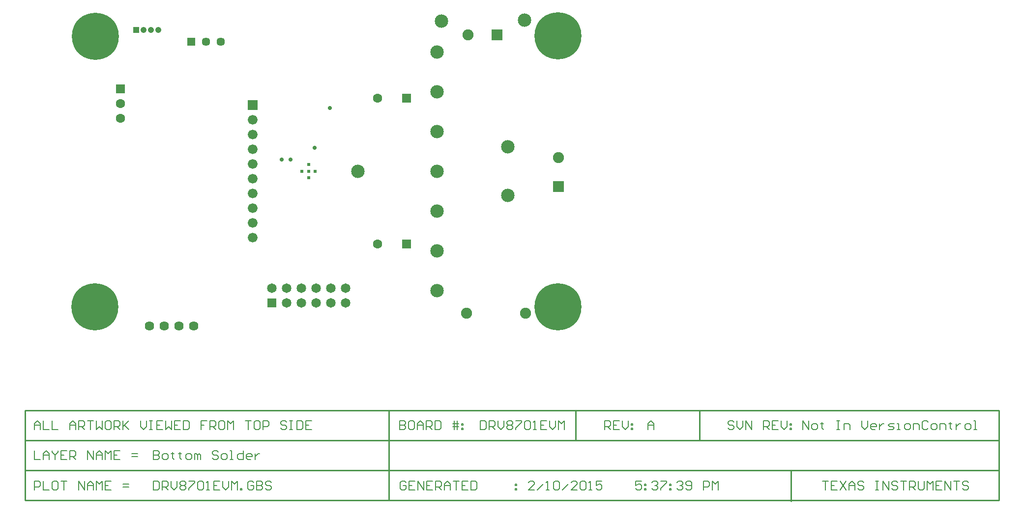
<source format=gbs>
%FSAX25Y25*%
%MOIN*%
G70*
G01*
G75*
G04 Layer_Color=16711935*
%ADD10R,0.05402X0.02795*%
%ADD11R,0.02323X0.02795*%
%ADD12R,0.05512X0.08268*%
%ADD13O,0.08268X0.01772*%
%ADD14O,0.00945X0.02362*%
%ADD15O,0.02362X0.00945*%
%ADD16R,0.11024X0.11024*%
%ADD17O,0.06693X0.01378*%
%ADD18R,0.01000X0.01000*%
%ADD19R,0.04724X0.04724*%
%ADD20C,0.03937*%
%ADD21R,0.06299X0.08268*%
%ADD22R,0.07480X0.07087*%
%ADD23R,0.07480X0.07480*%
%ADD24R,0.05315X0.01575*%
%ADD25R,0.05906X0.13780*%
%ADD26R,0.04331X0.10236*%
%ADD27R,0.08000X0.04500*%
%ADD28R,0.05512X0.04331*%
%ADD29R,0.03347X0.03150*%
%ADD30R,0.01969X0.02362*%
%ADD31R,0.03150X0.03347*%
%ADD32R,0.04331X0.05512*%
%ADD33C,0.01000*%
%ADD34C,0.03000*%
%ADD35C,0.02000*%
%ADD36C,0.00800*%
%ADD37R,0.15157X0.17795*%
%ADD38C,0.07087*%
%ADD39R,0.07087X0.07087*%
%ADD40C,0.06000*%
%ADD41C,0.02500*%
%ADD42C,0.31496*%
%ADD43R,0.05906X0.05906*%
%ADD44C,0.05906*%
%ADD45C,0.08700*%
%ADD46C,0.06200*%
%ADD47R,0.06200X0.06200*%
%ADD48R,0.06496X0.06496*%
%ADD49C,0.06496*%
%ADD50R,0.05906X0.05906*%
%ADD51R,0.03740X0.03740*%
%ADD52C,0.03740*%
%ADD53R,0.05315X0.05315*%
%ADD54C,0.05315*%
%ADD55R,0.07087X0.07087*%
%ADD56C,0.02000*%
%ADD57C,0.00600*%
%ADD58C,0.00700*%
%ADD59C,0.01575*%
%ADD60C,0.02362*%
%ADD61C,0.00984*%
%ADD62C,0.00787*%
%ADD63C,0.00799*%
%ADD64C,0.01800*%
%ADD65C,0.01500*%
%ADD66C,0.00500*%
%ADD67R,0.03937X0.01969*%
%ADD68R,0.08661X0.04331*%
%ADD69R,0.03150X0.01575*%
%ADD70R,0.07874X0.01575*%
%ADD71R,0.01969X0.03937*%
%ADD72R,0.05095X0.02937*%
%ADD73R,0.04221X0.02213*%
%ADD74R,0.03016X0.02000*%
%ADD75R,0.04839X0.04839*%
%ADD76C,0.00000*%
%ADD77R,0.05795X0.03189*%
%ADD78R,0.02717X0.03189*%
%ADD79R,0.05906X0.08661*%
%ADD80O,0.08819X0.02323*%
%ADD81O,0.01339X0.02756*%
%ADD82O,0.02756X0.01339*%
%ADD83R,0.11417X0.11417*%
%ADD84O,0.07087X0.01772*%
%ADD85R,0.05118X0.05118*%
%ADD86C,0.07874*%
%ADD87R,0.06693X0.08661*%
%ADD88R,0.07874X0.07480*%
%ADD89R,0.07874X0.07874*%
%ADD90R,0.05709X0.01969*%
%ADD91R,0.06299X0.14173*%
%ADD92R,0.04724X0.10630*%
%ADD93R,0.08400X0.04900*%
%ADD94R,0.05906X0.04724*%
%ADD95R,0.03740X0.03543*%
%ADD96R,0.02362X0.02756*%
%ADD97R,0.03543X0.03740*%
%ADD98R,0.04724X0.05906*%
%ADD99R,0.15551X0.18189*%
%ADD100C,0.07480*%
%ADD101R,0.07480X0.07480*%
%ADD102C,0.06394*%
%ADD103C,0.02894*%
%ADD104C,0.31890*%
%ADD105R,0.06299X0.06299*%
%ADD106C,0.06299*%
%ADD107C,0.09094*%
%ADD108C,0.06594*%
%ADD109R,0.06594X0.06594*%
%ADD110R,0.06299X0.06299*%
%ADD111R,0.04134X0.04134*%
%ADD112C,0.04134*%
%ADD113R,0.05709X0.05709*%
%ADD114C,0.05709*%
%ADD115C,0.02394*%
G54D23*
X0401700Y0253058D02*
D03*
G54D33*
X0497200Y0080717D02*
Y0101050D01*
X0413200Y0080717D02*
Y0101050D01*
X0040000Y0080717D02*
X0700200D01*
X0040000Y0060383D02*
X0700000D01*
X0040000Y0040050D02*
X0440500D01*
X0040050Y0101050D02*
X0700200D01*
X0040050Y0040050D02*
Y0101050D01*
Y0040050D02*
X0197600D01*
X0040000D02*
Y0101050D01*
X0286500Y0040050D02*
Y0101050D01*
X0700200Y0040050D02*
Y0101050D01*
X0440500Y0040050D02*
X0700200D01*
X0559400Y0039400D02*
Y0059683D01*
G54D36*
X0126900Y0073549D02*
Y0067551D01*
X0129899D01*
X0130899Y0068550D01*
Y0069550D01*
X0129899Y0070550D01*
X0126900D01*
X0129899D01*
X0130899Y0071549D01*
Y0072549D01*
X0129899Y0073549D01*
X0126900D01*
X0133898Y0067551D02*
X0135897D01*
X0136897Y0068550D01*
Y0070550D01*
X0135897Y0071549D01*
X0133898D01*
X0132898Y0070550D01*
Y0068550D01*
X0133898Y0067551D01*
X0139896Y0072549D02*
Y0071549D01*
X0138896D01*
X0140895D01*
X0139896D01*
Y0068550D01*
X0140895Y0067551D01*
X0144894Y0072549D02*
Y0071549D01*
X0143895D01*
X0145894D01*
X0144894D01*
Y0068550D01*
X0145894Y0067551D01*
X0149893D02*
X0151892D01*
X0152892Y0068550D01*
Y0070550D01*
X0151892Y0071549D01*
X0149893D01*
X0148893Y0070550D01*
Y0068550D01*
X0149893Y0067551D01*
X0154891D02*
Y0071549D01*
X0155891D01*
X0156890Y0070550D01*
Y0067551D01*
Y0070550D01*
X0157890Y0071549D01*
X0158890Y0070550D01*
Y0067551D01*
X0170886Y0072549D02*
X0169886Y0073549D01*
X0167887D01*
X0166887Y0072549D01*
Y0071549D01*
X0167887Y0070550D01*
X0169886D01*
X0170886Y0069550D01*
Y0068550D01*
X0169886Y0067551D01*
X0167887D01*
X0166887Y0068550D01*
X0173885Y0067551D02*
X0175884D01*
X0176884Y0068550D01*
Y0070550D01*
X0175884Y0071549D01*
X0173885D01*
X0172885Y0070550D01*
Y0068550D01*
X0173885Y0067551D01*
X0178883D02*
X0180883D01*
X0179883D01*
Y0073549D01*
X0178883D01*
X0187880D02*
Y0067551D01*
X0184881D01*
X0183882Y0068550D01*
Y0070550D01*
X0184881Y0071549D01*
X0187880D01*
X0192879Y0067551D02*
X0190879D01*
X0189880Y0068550D01*
Y0070550D01*
X0190879Y0071549D01*
X0192879D01*
X0193878Y0070550D01*
Y0069550D01*
X0189880D01*
X0195878Y0071549D02*
Y0067551D01*
Y0069550D01*
X0196877Y0070550D01*
X0197877Y0071549D01*
X0198877D01*
X0567400Y0087833D02*
Y0093831D01*
X0571399Y0087833D01*
Y0093831D01*
X0574398Y0087833D02*
X0576397D01*
X0577397Y0088833D01*
Y0090832D01*
X0576397Y0091832D01*
X0574398D01*
X0573398Y0090832D01*
Y0088833D01*
X0574398Y0087833D01*
X0580396Y0092832D02*
Y0091832D01*
X0579396D01*
X0581395D01*
X0580396D01*
Y0088833D01*
X0581395Y0087833D01*
X0590393Y0093831D02*
X0592392D01*
X0591392D01*
Y0087833D01*
X0590393D01*
X0592392D01*
X0595391D02*
Y0091832D01*
X0598390D01*
X0599390Y0090832D01*
Y0087833D01*
X0607387Y0093831D02*
Y0089833D01*
X0609386Y0087833D01*
X0611386Y0089833D01*
Y0093831D01*
X0616384Y0087833D02*
X0614385D01*
X0613385Y0088833D01*
Y0090832D01*
X0614385Y0091832D01*
X0616384D01*
X0617384Y0090832D01*
Y0089833D01*
X0613385D01*
X0619383Y0091832D02*
Y0087833D01*
Y0089833D01*
X0620383Y0090832D01*
X0621383Y0091832D01*
X0622382D01*
X0625381Y0087833D02*
X0628380D01*
X0629380Y0088833D01*
X0628380Y0089833D01*
X0626381D01*
X0625381Y0090832D01*
X0626381Y0091832D01*
X0629380D01*
X0631379Y0087833D02*
X0633379D01*
X0632379D01*
Y0091832D01*
X0631379D01*
X0637377Y0087833D02*
X0639377D01*
X0640376Y0088833D01*
Y0090832D01*
X0639377Y0091832D01*
X0637377D01*
X0636378Y0090832D01*
Y0088833D01*
X0637377Y0087833D01*
X0642376D02*
Y0091832D01*
X0645375D01*
X0646374Y0090832D01*
Y0087833D01*
X0652373Y0092832D02*
X0651373Y0093831D01*
X0649373D01*
X0648374Y0092832D01*
Y0088833D01*
X0649373Y0087833D01*
X0651373D01*
X0652373Y0088833D01*
X0655372Y0087833D02*
X0657371D01*
X0658371Y0088833D01*
Y0090832D01*
X0657371Y0091832D01*
X0655372D01*
X0654372Y0090832D01*
Y0088833D01*
X0655372Y0087833D01*
X0660370D02*
Y0091832D01*
X0663369D01*
X0664369Y0090832D01*
Y0087833D01*
X0667368Y0092832D02*
Y0091832D01*
X0666368D01*
X0668367D01*
X0667368D01*
Y0088833D01*
X0668367Y0087833D01*
X0671366Y0091832D02*
Y0087833D01*
Y0089833D01*
X0672366Y0090832D01*
X0673366Y0091832D01*
X0674365D01*
X0678364Y0087833D02*
X0680364D01*
X0681363Y0088833D01*
Y0090832D01*
X0680364Y0091832D01*
X0678364D01*
X0677364Y0090832D01*
Y0088833D01*
X0678364Y0087833D01*
X0683362D02*
X0685362D01*
X0684362D01*
Y0093831D01*
X0683362D01*
X0520799Y0092832D02*
X0519799Y0093831D01*
X0517800D01*
X0516800Y0092832D01*
Y0091832D01*
X0517800Y0090832D01*
X0519799D01*
X0520799Y0089833D01*
Y0088833D01*
X0519799Y0087833D01*
X0517800D01*
X0516800Y0088833D01*
X0522798Y0093831D02*
Y0089833D01*
X0524797Y0087833D01*
X0526797Y0089833D01*
Y0093831D01*
X0528796Y0087833D02*
Y0093831D01*
X0532795Y0087833D01*
Y0093831D01*
X0540792Y0087833D02*
Y0093831D01*
X0543791D01*
X0544791Y0092832D01*
Y0090832D01*
X0543791Y0089833D01*
X0540792D01*
X0542792D02*
X0544791Y0087833D01*
X0550789Y0093831D02*
X0546790D01*
Y0087833D01*
X0550789D01*
X0546790Y0090832D02*
X0548790D01*
X0552788Y0093831D02*
Y0089833D01*
X0554788Y0087833D01*
X0556787Y0089833D01*
Y0093831D01*
X0558786Y0091832D02*
X0559786D01*
Y0090832D01*
X0558786D01*
Y0091832D01*
Y0088833D02*
X0559786D01*
Y0087833D01*
X0558786D01*
Y0088833D01*
X0433000Y0087833D02*
Y0093831D01*
X0435999D01*
X0436999Y0092832D01*
Y0090832D01*
X0435999Y0089833D01*
X0433000D01*
X0434999D02*
X0436999Y0087833D01*
X0442997Y0093831D02*
X0438998D01*
Y0087833D01*
X0442997D01*
X0438998Y0090832D02*
X0440997D01*
X0444996Y0093831D02*
Y0089833D01*
X0446995Y0087833D01*
X0448995Y0089833D01*
Y0093831D01*
X0450994Y0091832D02*
X0451994D01*
Y0090832D01*
X0450994D01*
Y0091832D01*
Y0088833D02*
X0451994D01*
Y0087833D01*
X0450994D01*
Y0088833D01*
X0126900Y0052965D02*
Y0046966D01*
X0129899D01*
X0130899Y0047966D01*
Y0051965D01*
X0129899Y0052965D01*
X0126900D01*
X0132898Y0046966D02*
Y0052965D01*
X0135897D01*
X0136897Y0051965D01*
Y0049966D01*
X0135897Y0048966D01*
X0132898D01*
X0134897D02*
X0136897Y0046966D01*
X0138896Y0052965D02*
Y0048966D01*
X0140895Y0046966D01*
X0142895Y0048966D01*
Y0052965D01*
X0144894Y0051965D02*
X0145894Y0052965D01*
X0147893D01*
X0148893Y0051965D01*
Y0050965D01*
X0147893Y0049966D01*
X0148893Y0048966D01*
Y0047966D01*
X0147893Y0046966D01*
X0145894D01*
X0144894Y0047966D01*
Y0048966D01*
X0145894Y0049966D01*
X0144894Y0050965D01*
Y0051965D01*
X0145894Y0049966D02*
X0147893D01*
X0150892Y0052965D02*
X0154891D01*
Y0051965D01*
X0150892Y0047966D01*
Y0046966D01*
X0156890Y0051965D02*
X0157890Y0052965D01*
X0159889D01*
X0160889Y0051965D01*
Y0047966D01*
X0159889Y0046966D01*
X0157890D01*
X0156890Y0047966D01*
Y0051965D01*
X0162888Y0046966D02*
X0164888D01*
X0163888D01*
Y0052965D01*
X0162888Y0051965D01*
X0171885Y0052965D02*
X0167887D01*
Y0046966D01*
X0171885D01*
X0167887Y0049966D02*
X0169886D01*
X0173885Y0052965D02*
Y0048966D01*
X0175884Y0046966D01*
X0177884Y0048966D01*
Y0052965D01*
X0179883Y0046966D02*
Y0052965D01*
X0181882Y0050965D01*
X0183882Y0052965D01*
Y0046966D01*
X0185881D02*
Y0047966D01*
X0186881D01*
Y0046966D01*
X0185881D01*
X0194878Y0051965D02*
X0193878Y0052965D01*
X0191879D01*
X0190879Y0051965D01*
Y0047966D01*
X0191879Y0046966D01*
X0193878D01*
X0194878Y0047966D01*
Y0049966D01*
X0192879D01*
X0196877Y0052965D02*
Y0046966D01*
X0199876D01*
X0200876Y0047966D01*
Y0048966D01*
X0199876Y0049966D01*
X0196877D01*
X0199876D01*
X0200876Y0050965D01*
Y0051965D01*
X0199876Y0052965D01*
X0196877D01*
X0206874Y0051965D02*
X0205874Y0052965D01*
X0203875D01*
X0202875Y0051965D01*
Y0050965D01*
X0203875Y0049966D01*
X0205874D01*
X0206874Y0048966D01*
Y0047966D01*
X0205874Y0046966D01*
X0203875D01*
X0202875Y0047966D01*
X0385149Y0046966D02*
X0381150D01*
X0385149Y0050965D01*
Y0051965D01*
X0384149Y0052965D01*
X0382150D01*
X0381150Y0051965D01*
X0387148Y0046966D02*
X0391147Y0050965D01*
X0393146Y0046966D02*
X0395146D01*
X0394146D01*
Y0052965D01*
X0393146Y0051965D01*
X0398145D02*
X0399144Y0052965D01*
X0401144D01*
X0402143Y0051965D01*
Y0047966D01*
X0401144Y0046966D01*
X0399144D01*
X0398145Y0047966D01*
Y0051965D01*
X0404143Y0046966D02*
X0408141Y0050965D01*
X0414139Y0046966D02*
X0410141D01*
X0414139Y0050965D01*
Y0051965D01*
X0413140Y0052965D01*
X0411140D01*
X0410141Y0051965D01*
X0416139D02*
X0417138Y0052965D01*
X0419138D01*
X0420137Y0051965D01*
Y0047966D01*
X0419138Y0046966D01*
X0417138D01*
X0416139Y0047966D01*
Y0051965D01*
X0422137Y0046966D02*
X0424136D01*
X0423136D01*
Y0052965D01*
X0422137Y0051965D01*
X0431134Y0052965D02*
X0427135D01*
Y0049966D01*
X0429135Y0050965D01*
X0430134D01*
X0431134Y0049966D01*
Y0047966D01*
X0430134Y0046966D01*
X0428135D01*
X0427135Y0047966D01*
X0298199Y0051965D02*
X0297199Y0052965D01*
X0295200D01*
X0294200Y0051965D01*
Y0047966D01*
X0295200Y0046966D01*
X0297199D01*
X0298199Y0047966D01*
Y0049966D01*
X0296199D01*
X0304197Y0052965D02*
X0300198D01*
Y0046966D01*
X0304197D01*
X0300198Y0049966D02*
X0302197D01*
X0306196Y0046966D02*
Y0052965D01*
X0310195Y0046966D01*
Y0052965D01*
X0316193D02*
X0312194D01*
Y0046966D01*
X0316193D01*
X0312194Y0049966D02*
X0314194D01*
X0318192Y0046966D02*
Y0052965D01*
X0321191D01*
X0322191Y0051965D01*
Y0049966D01*
X0321191Y0048966D01*
X0318192D01*
X0320192D02*
X0322191Y0046966D01*
X0324190D02*
Y0050965D01*
X0326190Y0052965D01*
X0328189Y0050965D01*
Y0046966D01*
Y0049966D01*
X0324190D01*
X0330188Y0052965D02*
X0334187D01*
X0332188D01*
Y0046966D01*
X0340185Y0052965D02*
X0336186D01*
Y0046966D01*
X0340185D01*
X0336186Y0049966D02*
X0338186D01*
X0342184Y0052965D02*
Y0046966D01*
X0345183D01*
X0346183Y0047966D01*
Y0051965D01*
X0345183Y0052965D01*
X0342184D01*
X0372175Y0050965D02*
X0373175D01*
Y0049966D01*
X0372175D01*
Y0050965D01*
Y0047966D02*
X0373175D01*
Y0046966D01*
X0372175D01*
Y0047966D01*
X0046350Y0087833D02*
Y0091832D01*
X0048349Y0093831D01*
X0050349Y0091832D01*
Y0087833D01*
Y0090832D01*
X0046350D01*
X0052348Y0093831D02*
Y0087833D01*
X0056347D01*
X0058346Y0093831D02*
Y0087833D01*
X0062345D01*
X0070342D02*
Y0091832D01*
X0072342Y0093831D01*
X0074341Y0091832D01*
Y0087833D01*
Y0090832D01*
X0070342D01*
X0076340Y0087833D02*
Y0093831D01*
X0079339D01*
X0080339Y0092832D01*
Y0090832D01*
X0079339Y0089833D01*
X0076340D01*
X0078340D02*
X0080339Y0087833D01*
X0082338Y0093831D02*
X0086337D01*
X0084338D01*
Y0087833D01*
X0088336Y0093831D02*
Y0087833D01*
X0090336Y0089833D01*
X0092335Y0087833D01*
Y0093831D01*
X0097334D02*
X0095334D01*
X0094335Y0092832D01*
Y0088833D01*
X0095334Y0087833D01*
X0097334D01*
X0098333Y0088833D01*
Y0092832D01*
X0097334Y0093831D01*
X0100332Y0087833D02*
Y0093831D01*
X0103332D01*
X0104331Y0092832D01*
Y0090832D01*
X0103332Y0089833D01*
X0100332D01*
X0102332D02*
X0104331Y0087833D01*
X0106331Y0093831D02*
Y0087833D01*
Y0089833D01*
X0110329Y0093831D01*
X0107330Y0090832D01*
X0110329Y0087833D01*
X0118327Y0093831D02*
Y0089833D01*
X0120326Y0087833D01*
X0122325Y0089833D01*
Y0093831D01*
X0124325D02*
X0126324D01*
X0125324D01*
Y0087833D01*
X0124325D01*
X0126324D01*
X0133322Y0093831D02*
X0129323D01*
Y0087833D01*
X0133322D01*
X0129323Y0090832D02*
X0131323D01*
X0135321Y0093831D02*
Y0087833D01*
X0137321Y0089833D01*
X0139320Y0087833D01*
Y0093831D01*
X0145318D02*
X0141319D01*
Y0087833D01*
X0145318D01*
X0141319Y0090832D02*
X0143319D01*
X0147317Y0093831D02*
Y0087833D01*
X0150316D01*
X0151316Y0088833D01*
Y0092832D01*
X0150316Y0093831D01*
X0147317D01*
X0163312D02*
X0159313D01*
Y0090832D01*
X0161313D01*
X0159313D01*
Y0087833D01*
X0165312D02*
Y0093831D01*
X0168310D01*
X0169310Y0092832D01*
Y0090832D01*
X0168310Y0089833D01*
X0165312D01*
X0167311D02*
X0169310Y0087833D01*
X0174309Y0093831D02*
X0172309D01*
X0171310Y0092832D01*
Y0088833D01*
X0172309Y0087833D01*
X0174309D01*
X0175308Y0088833D01*
Y0092832D01*
X0174309Y0093831D01*
X0177308Y0087833D02*
Y0093831D01*
X0179307Y0091832D01*
X0181306Y0093831D01*
Y0087833D01*
X0189304Y0093831D02*
X0193303D01*
X0191303D01*
Y0087833D01*
X0198301Y0093831D02*
X0196301D01*
X0195302Y0092832D01*
Y0088833D01*
X0196301Y0087833D01*
X0198301D01*
X0199301Y0088833D01*
Y0092832D01*
X0198301Y0093831D01*
X0201300Y0087833D02*
Y0093831D01*
X0204299D01*
X0205299Y0092832D01*
Y0090832D01*
X0204299Y0089833D01*
X0201300D01*
X0217295Y0092832D02*
X0216295Y0093831D01*
X0214296D01*
X0213296Y0092832D01*
Y0091832D01*
X0214296Y0090832D01*
X0216295D01*
X0217295Y0089833D01*
Y0088833D01*
X0216295Y0087833D01*
X0214296D01*
X0213296Y0088833D01*
X0219294Y0093831D02*
X0221293D01*
X0220294D01*
Y0087833D01*
X0219294D01*
X0221293D01*
X0224292Y0093831D02*
Y0087833D01*
X0227291D01*
X0228291Y0088833D01*
Y0092832D01*
X0227291Y0093831D01*
X0224292D01*
X0234289D02*
X0230291D01*
Y0087833D01*
X0234289D01*
X0230291Y0090832D02*
X0232290D01*
X0462150Y0087833D02*
Y0091832D01*
X0464149Y0093831D01*
X0466149Y0091832D01*
Y0087833D01*
Y0090832D01*
X0462150D01*
X0348550Y0093831D02*
Y0087833D01*
X0351549D01*
X0352549Y0088833D01*
Y0092832D01*
X0351549Y0093831D01*
X0348550D01*
X0354548Y0087833D02*
Y0093831D01*
X0357547D01*
X0358547Y0092832D01*
Y0090832D01*
X0357547Y0089833D01*
X0354548D01*
X0356547D02*
X0358547Y0087833D01*
X0360546Y0093831D02*
Y0089833D01*
X0362545Y0087833D01*
X0364545Y0089833D01*
Y0093831D01*
X0366544Y0092832D02*
X0367544Y0093831D01*
X0369543D01*
X0370543Y0092832D01*
Y0091832D01*
X0369543Y0090832D01*
X0370543Y0089833D01*
Y0088833D01*
X0369543Y0087833D01*
X0367544D01*
X0366544Y0088833D01*
Y0089833D01*
X0367544Y0090832D01*
X0366544Y0091832D01*
Y0092832D01*
X0367544Y0090832D02*
X0369543D01*
X0372542Y0093831D02*
X0376541D01*
Y0092832D01*
X0372542Y0088833D01*
Y0087833D01*
X0378540Y0092832D02*
X0379540Y0093831D01*
X0381539D01*
X0382539Y0092832D01*
Y0088833D01*
X0381539Y0087833D01*
X0379540D01*
X0378540Y0088833D01*
Y0092832D01*
X0384538Y0087833D02*
X0386538D01*
X0385538D01*
Y0093831D01*
X0384538Y0092832D01*
X0393535Y0093831D02*
X0389537D01*
Y0087833D01*
X0393535D01*
X0389537Y0090832D02*
X0391536D01*
X0395535Y0093831D02*
Y0089833D01*
X0397534Y0087833D01*
X0399534Y0089833D01*
Y0093831D01*
X0401533Y0087833D02*
Y0093831D01*
X0403532Y0091832D01*
X0405532Y0093831D01*
Y0087833D01*
X0294000Y0093831D02*
Y0087833D01*
X0296999D01*
X0297999Y0088833D01*
Y0089833D01*
X0296999Y0090832D01*
X0294000D01*
X0296999D01*
X0297999Y0091832D01*
Y0092832D01*
X0296999Y0093831D01*
X0294000D01*
X0302997D02*
X0300998D01*
X0299998Y0092832D01*
Y0088833D01*
X0300998Y0087833D01*
X0302997D01*
X0303997Y0088833D01*
Y0092832D01*
X0302997Y0093831D01*
X0305996Y0087833D02*
Y0091832D01*
X0307996Y0093831D01*
X0309995Y0091832D01*
Y0087833D01*
Y0090832D01*
X0305996D01*
X0311994Y0087833D02*
Y0093831D01*
X0314993D01*
X0315993Y0092832D01*
Y0090832D01*
X0314993Y0089833D01*
X0311994D01*
X0313994D02*
X0315993Y0087833D01*
X0317992Y0093831D02*
Y0087833D01*
X0320991D01*
X0321991Y0088833D01*
Y0092832D01*
X0320991Y0093831D01*
X0317992D01*
X0330988Y0087833D02*
Y0093831D01*
X0332987D02*
Y0087833D01*
X0329988Y0091832D02*
X0332987D01*
X0333987D01*
X0329988Y0089833D02*
X0333987D01*
X0335986Y0091832D02*
X0336986D01*
Y0090832D01*
X0335986D01*
Y0091832D01*
Y0088833D02*
X0336986D01*
Y0087833D01*
X0335986D01*
Y0088833D01*
X0046350Y0073549D02*
Y0067551D01*
X0050349D01*
X0052348D02*
Y0071549D01*
X0054347Y0073549D01*
X0056347Y0071549D01*
Y0067551D01*
Y0070550D01*
X0052348D01*
X0058346Y0073549D02*
Y0072549D01*
X0060346Y0070550D01*
X0062345Y0072549D01*
Y0073549D01*
X0060346Y0070550D02*
Y0067551D01*
X0068343Y0073549D02*
X0064344D01*
Y0067551D01*
X0068343D01*
X0064344Y0070550D02*
X0066343D01*
X0070342Y0067551D02*
Y0073549D01*
X0073341D01*
X0074341Y0072549D01*
Y0070550D01*
X0073341Y0069550D01*
X0070342D01*
X0072342D02*
X0074341Y0067551D01*
X0082338D02*
Y0073549D01*
X0086337Y0067551D01*
Y0073549D01*
X0088336Y0067551D02*
Y0071549D01*
X0090336Y0073549D01*
X0092335Y0071549D01*
Y0067551D01*
Y0070550D01*
X0088336D01*
X0094335Y0067551D02*
Y0073549D01*
X0096334Y0071549D01*
X0098333Y0073549D01*
Y0067551D01*
X0104331Y0073549D02*
X0100332D01*
Y0067551D01*
X0104331D01*
X0100332Y0070550D02*
X0102332D01*
X0112329Y0069550D02*
X0116327D01*
X0112329Y0071549D02*
X0116327D01*
X0046350Y0046966D02*
Y0052965D01*
X0049349D01*
X0050349Y0051965D01*
Y0049966D01*
X0049349Y0048966D01*
X0046350D01*
X0052348Y0052965D02*
Y0046966D01*
X0056347D01*
X0061345Y0052965D02*
X0059346D01*
X0058346Y0051965D01*
Y0047966D01*
X0059346Y0046966D01*
X0061345D01*
X0062345Y0047966D01*
Y0051965D01*
X0061345Y0052965D01*
X0064344D02*
X0068343D01*
X0066343D01*
Y0046966D01*
X0076340D02*
Y0052965D01*
X0080339Y0046966D01*
Y0052965D01*
X0082338Y0046966D02*
Y0050965D01*
X0084338Y0052965D01*
X0086337Y0050965D01*
Y0046966D01*
Y0049966D01*
X0082338D01*
X0088336Y0046966D02*
Y0052965D01*
X0090336Y0050965D01*
X0092335Y0052965D01*
Y0046966D01*
X0098333Y0052965D02*
X0094335D01*
Y0046966D01*
X0098333D01*
X0094335Y0049966D02*
X0096334D01*
X0106331Y0048966D02*
X0110329D01*
X0106331Y0050965D02*
X0110329D01*
X0458049Y0052965D02*
X0454050D01*
Y0049966D01*
X0456049Y0050965D01*
X0457049D01*
X0458049Y0049966D01*
Y0047966D01*
X0457049Y0046966D01*
X0455050D01*
X0454050Y0047966D01*
X0460048Y0050965D02*
X0461048D01*
Y0049966D01*
X0460048D01*
Y0050965D01*
Y0047966D02*
X0461048D01*
Y0046966D01*
X0460048D01*
Y0047966D01*
X0465046Y0051965D02*
X0466046Y0052965D01*
X0468046D01*
X0469045Y0051965D01*
Y0050965D01*
X0468046Y0049966D01*
X0467046D01*
X0468046D01*
X0469045Y0048966D01*
Y0047966D01*
X0468046Y0046966D01*
X0466046D01*
X0465046Y0047966D01*
X0471044Y0052965D02*
X0475043D01*
Y0051965D01*
X0471044Y0047966D01*
Y0046966D01*
X0477043Y0050965D02*
X0478042D01*
Y0049966D01*
X0477043D01*
Y0050965D01*
Y0047966D02*
X0478042D01*
Y0046966D01*
X0477043D01*
Y0047966D01*
X0482041Y0051965D02*
X0483041Y0052965D01*
X0485040D01*
X0486040Y0051965D01*
Y0050965D01*
X0485040Y0049966D01*
X0484040D01*
X0485040D01*
X0486040Y0048966D01*
Y0047966D01*
X0485040Y0046966D01*
X0483041D01*
X0482041Y0047966D01*
X0488039D02*
X0489039Y0046966D01*
X0491038D01*
X0492038Y0047966D01*
Y0051965D01*
X0491038Y0052965D01*
X0489039D01*
X0488039Y0051965D01*
Y0050965D01*
X0489039Y0049966D01*
X0492038D01*
X0500035Y0046966D02*
Y0052965D01*
X0503034D01*
X0504034Y0051965D01*
Y0049966D01*
X0503034Y0048966D01*
X0500035D01*
X0506033Y0046966D02*
Y0052965D01*
X0508033Y0050965D01*
X0510032Y0052965D01*
Y0046966D01*
X0580500Y0052965D02*
X0584499D01*
X0582499D01*
Y0046966D01*
X0590497Y0052965D02*
X0586498D01*
Y0046966D01*
X0590497D01*
X0586498Y0049966D02*
X0588497D01*
X0592496Y0052965D02*
X0596495Y0046966D01*
Y0052965D02*
X0592496Y0046966D01*
X0598494D02*
Y0050965D01*
X0600493Y0052965D01*
X0602493Y0050965D01*
Y0046966D01*
Y0049966D01*
X0598494D01*
X0608491Y0051965D02*
X0607491Y0052965D01*
X0605492D01*
X0604492Y0051965D01*
Y0050965D01*
X0605492Y0049966D01*
X0607491D01*
X0608491Y0048966D01*
Y0047966D01*
X0607491Y0046966D01*
X0605492D01*
X0604492Y0047966D01*
X0616488Y0052965D02*
X0618488D01*
X0617488D01*
Y0046966D01*
X0616488D01*
X0618488D01*
X0621487D02*
Y0052965D01*
X0625486Y0046966D01*
Y0052965D01*
X0631484Y0051965D02*
X0630484Y0052965D01*
X0628484D01*
X0627485Y0051965D01*
Y0050965D01*
X0628484Y0049966D01*
X0630484D01*
X0631484Y0048966D01*
Y0047966D01*
X0630484Y0046966D01*
X0628484D01*
X0627485Y0047966D01*
X0633483Y0052965D02*
X0637482D01*
X0635482D01*
Y0046966D01*
X0639481D02*
Y0052965D01*
X0642480D01*
X0643480Y0051965D01*
Y0049966D01*
X0642480Y0048966D01*
X0639481D01*
X0641480D02*
X0643480Y0046966D01*
X0645479Y0052965D02*
Y0047966D01*
X0646479Y0046966D01*
X0648478D01*
X0649478Y0047966D01*
Y0052965D01*
X0651477Y0046966D02*
Y0052965D01*
X0653476Y0050965D01*
X0655476Y0052965D01*
Y0046966D01*
X0661474Y0052965D02*
X0657475D01*
Y0046966D01*
X0661474D01*
X0657475Y0049966D02*
X0659474D01*
X0663473Y0046966D02*
Y0052965D01*
X0667472Y0046966D01*
Y0052965D01*
X0669471D02*
X0673470D01*
X0671471D01*
Y0046966D01*
X0679468Y0051965D02*
X0678468Y0052965D01*
X0676469D01*
X0675469Y0051965D01*
Y0050965D01*
X0676469Y0049966D01*
X0678468D01*
X0679468Y0048966D01*
Y0047966D01*
X0678468Y0046966D01*
X0676469D01*
X0675469Y0047966D01*
G54D48*
X0207200Y0173900D02*
D03*
G54D49*
Y0183900D02*
D03*
X0217200Y0173900D02*
D03*
Y0183900D02*
D03*
X0227200Y0173900D02*
D03*
Y0183900D02*
D03*
X0237200Y0173900D02*
D03*
Y0183900D02*
D03*
X0247200Y0173900D02*
D03*
Y0183900D02*
D03*
X0257200Y0173900D02*
D03*
Y0183900D02*
D03*
G54D100*
X0340357Y0355900D02*
D03*
X0379200Y0166900D02*
D03*
X0339200D02*
D03*
X0401700Y0272743D02*
D03*
G54D101*
X0360043Y0355900D02*
D03*
G54D102*
X0134200Y0158400D02*
D03*
X0144200D02*
D03*
X0154200D02*
D03*
X0124200D02*
D03*
G54D103*
X0213944Y0271400D02*
D03*
X0246700Y0306400D02*
D03*
X0236200Y0279400D02*
D03*
X0219944Y0271400D02*
D03*
G54D104*
X0401200Y0171400D02*
D03*
X0087700Y0354900D02*
D03*
X0401200Y0355400D02*
D03*
X0087200Y0171400D02*
D03*
G54D105*
X0298542Y0213900D02*
D03*
Y0312900D02*
D03*
G54D106*
X0278857Y0213900D02*
D03*
X0104700Y0299400D02*
D03*
Y0309400D02*
D03*
X0278857Y0312900D02*
D03*
G54D107*
X0319200Y0236400D02*
D03*
X0265700Y0263400D02*
D03*
X0319200Y0209400D02*
D03*
Y0263400D02*
D03*
X0378700Y0365900D02*
D03*
X0322200Y0365400D02*
D03*
X0319200Y0317400D02*
D03*
Y0344400D02*
D03*
Y0182400D02*
D03*
X0367200Y0279900D02*
D03*
Y0246900D02*
D03*
X0319200Y0290400D02*
D03*
G54D108*
X0194200Y0218400D02*
D03*
Y0228400D02*
D03*
Y0238400D02*
D03*
Y0248400D02*
D03*
Y0258400D02*
D03*
Y0268400D02*
D03*
Y0278400D02*
D03*
Y0288400D02*
D03*
Y0298400D02*
D03*
G54D109*
Y0308400D02*
D03*
G54D110*
X0104700Y0319400D02*
D03*
G54D111*
X0115221Y0359300D02*
D03*
G54D112*
X0125221D02*
D03*
X0120221D02*
D03*
X0130221D02*
D03*
G54D113*
X0152700Y0351400D02*
D03*
G54D114*
X0162700D02*
D03*
X0172700D02*
D03*
G54D115*
X0227672Y0263400D02*
D03*
X0232200Y0258872D02*
D03*
Y0267928D02*
D03*
X0236728Y0263400D02*
D03*
X0232200D02*
D03*
M02*

</source>
